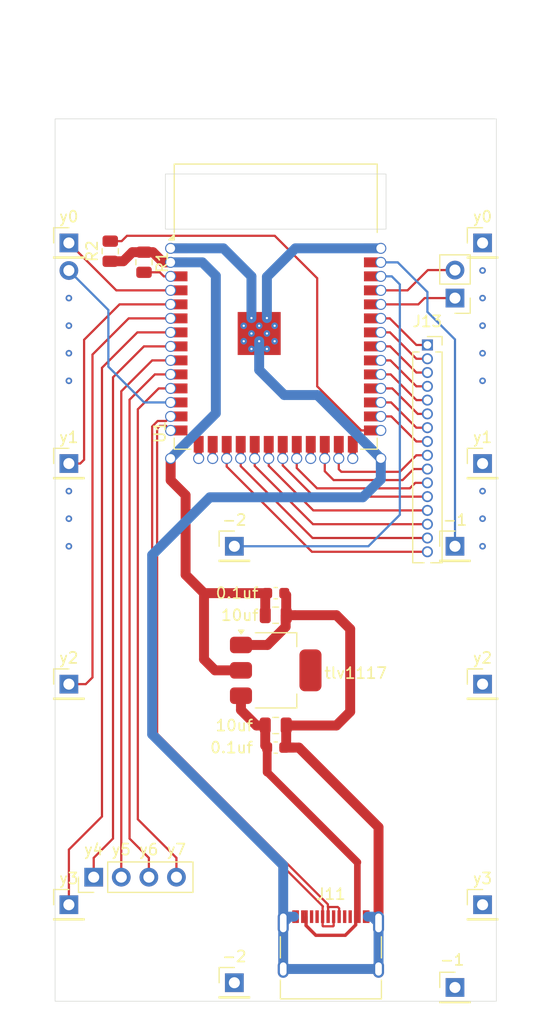
<source format=kicad_pcb>
(kicad_pcb (version 20241229) (generator "pcbnew") (generator_version "9.0")
  (layers (0 "F.Cu" signal) (2 "B.Cu" signal) (13 "F.Paste" user) (15 "B.Paste" user) (5 "F.SilkS" user "F.Silkscreen") (7 "B.SilkS" user "B.Silkscreen") (1 "F.Mask" user) (3 "B.Mask" user) (25 "Edge.Cuts" user))
  (net 0 "")
  (net 1 "y0")
  (net 2 "GND")
  (net 3 "Net-(J12-Pin_2)")
  (net 4 "y1")
  (net 5 "unconnected-(U1-IO21-Pad23)")
  (net 6 "y2")
  (net 7 "y3")
  (net 8 "Net-(J12-Pin_1)")
  (net 9 "y4")
  (net 10 "d+")
  (net 11 "y5")
  (net 12 "y6")
  (net 13 "y7")
  (net 14 "x0")
  (net 15 "unconnected-(U1-IO45-Pad26)")
  (net 16 "unconnected-(U1-IO8-Pad12)")
  (net 17 "unconnected-(U1-IO46-Pad16)")
  (net 18 "d-")
  (net 19 "unconnected-(U1-IO3-Pad15)")
  (net 20 "x1")
  (net 25 "Net-(U1-EN)")
  (net 26 "Net-(U1-IO0)")
  (net 27 "+3V3")
  (net 28 "+5V")
  (net 29 "Net-(J13-Pin_6)")
  (net 30 "Net-(J13-Pin_7)")
  (net 31 "Net-(J13-Pin_4)")
  (net 32 "Net-(J13-Pin_2)")
  (net 33 "Net-(J13-Pin_3)")
  (net 34 "Net-(J13-Pin_1)")
  (net 35 "Net-(J13-Pin_5)")
  (net 36 "Net-(J13-Pin_8)")
  (net 37 "v14")
  (net 38 "v11")
  (net 39 "v13")
  (net 40 "v15")
  (net 41 "v9")
  (net 42 "v10")
  (net 43 "v12")
  (net 44 "v16")
  (footprint "RF_Module:ESP32-S3-WROOM-1" (layer "F.Cu") (at 40 37)
    (property "Reference" "U1" (at -10.5 11.4 90) (layer "F.SilkS"))
    (property "Value" "ESP32-S3-WROOM-1")
    (pad "1" smd rect (at -8.75 -5.26) (size 1.5 0.9) (layers "F.Cu" "F.Mask" "F.Paste") (net 2 "GND"))
    (pad "2" smd rect (at -8.75 -3.99) (size 1.5 0.9) (layers "F.Cu" "F.Mask" "F.Paste") (net 27 "+3V3"))
    (pad "3" smd rect (at -8.75 -2.72) (size 1.5 0.9) (layers "F.Cu" "F.Mask" "F.Paste") (net 25 "Net-(U1-EN)"))
    (pad "4" smd rect (at -8.75 -1.45) (size 1.5 0.9) (layers "F.Cu" "F.Mask" "F.Paste") (net 1 "y0"))
    (pad "5" smd rect (at -8.75 -0.18) (size 1.5 0.9) (layers "F.Cu" "F.Mask" "F.Paste") (net 4 "y1"))
    (pad "6" smd rect (at -8.75 1.09) (size 1.5 0.9) (layers "F.Cu" "F.Mask" "F.Paste") (net 6 "y2"))
    (pad "7" smd rect (at -8.75 2.36) (size 1.5 0.9) (layers "F.Cu" "F.Mask" "F.Paste") (net 7 "y3"))
    (pad "8" smd rect (at -8.75 3.63) (size 1.5 0.9) (layers "F.Cu" "F.Mask" "F.Paste") (net 9 "y4"))
    (pad "9" smd rect (at -8.75 4.9) (size 1.5 0.9) (layers "F.Cu" "F.Mask" "F.Paste") (net 11 "y5"))
    (pad "10" smd rect (at -8.75 6.17) (size 1.5 0.9) (layers "F.Cu" "F.Mask" "F.Paste") (net 12 "y6"))
    (pad "11" smd rect (at -8.75 7.44) (size 1.5 0.9) (layers "F.Cu" "F.Mask" "F.Paste") (net 13 "y7"))
    (pad "12" smd rect (at -8.75 8.71) (size 1.5 0.9) (layers "F.Cu" "F.Mask" "F.Paste") (net 16 "unconnected-(U1-IO8-Pad12)"))
    (pad "13" smd rect (at -8.75 9.98) (size 1.5 0.9) (layers "F.Cu" "F.Mask" "F.Paste") (net 18 "d-"))
    (pad "14" smd rect (at -8.75 11.25 180) (size 1.5 0.9) (layers "F.Cu" "F.Mask" "F.Paste") (net 10 "d+"))
    (pad "15" smd rect (at -6.985 12.5 270) (size 1.5 0.9) (layers "F.Cu" "F.Mask" "F.Paste") (net 19 "unconnected-(U1-IO3-Pad15)"))
    (pad "16" smd rect (at -5.715 12.5 270) (size 1.5 0.9) (layers "F.Cu" "F.Mask" "F.Paste") (net 17 "unconnected-(U1-IO46-Pad16)"))
    (pad "17" smd rect (at -4.445 12.5 270) (size 1.5 0.9) (layers "F.Cu" "F.Mask" "F.Paste") (net 44 "v16"))
    (pad "18" smd rect (at -3.175 12.5 270) (size 1.5 0.9) (layers "F.Cu" "F.Mask" "F.Paste") (net 40 "v15"))
    (pad "19" smd rect (at -1.905 12.5 270) (size 1.5 0.9) (layers "F.Cu" "F.Mask" "F.Paste") (net 37 "v14"))
    (pad "20" smd rect (at -0.635 12.5 270) (size 1.5 0.9) (layers "F.Cu" "F.Mask" "F.Paste") (net 39 "v13"))
    (pad "21" smd rect (at 0.635 12.5 270) (size 1.5 0.9) (layers "F.Cu" "F.Mask" "F.Paste") (net 43 "v12"))
    (pad "22" smd rect (at 1.905 12.5 270) (size 1.5 0.9) (layers "F.Cu" "F.Mask" "F.Paste") (net 38 "v11"))
    (pad "23" smd rect (at 3.175 12.5 270) (size 1.5 0.9) (layers "F.Cu" "F.Mask" "F.Paste") (net 5 "unconnected-(U1-IO21-Pad23)"))
    (pad "24" smd rect (at 4.445 12.5 270) (size 1.5 0.9) (layers "F.Cu" "F.Mask" "F.Paste") (net 42 "v10"))
    (pad "25" smd rect (at 5.715 12.5 270) (size 1.5 0.9) (layers "F.Cu" "F.Mask" "F.Paste") (net 41 "v9"))
    (pad "26" smd rect (at 6.985 12.5 270) (size 1.5 0.9) (layers "F.Cu" "F.Mask" "F.Paste") (net 15 "unconnected-(U1-IO45-Pad26)"))
    (pad "27" smd rect (at 8.75 11.25) (size 1.5 0.9) (layers "F.Cu" "F.Mask" "F.Paste") (net 26 "Net-(U1-IO0)"))
    (pad "28" smd rect (at 8.75 9.98) (size 1.5 0.9) (layers "F.Cu" "F.Mask" "F.Paste") (net 36 "Net-(J13-Pin_8)"))
    (pad "29" smd rect (at 8.75 8.71) (size 1.5 0.9) (layers "F.Cu" "F.Mask" "F.Paste") (net 30 "Net-(J13-Pin_7)"))
    (pad "30" smd rect (at 8.75 7.44) (size 1.5 0.9) (layers "F.Cu" "F.Mask" "F.Paste") (net 29 "Net-(J13-Pin_6)"))
    (pad "31" smd rect (at 8.75 6.17) (size 1.5 0.9) (layers "F.Cu" "F.Mask" "F.Paste") (net 35 "Net-(J13-Pin_5)"))
    (pad "32" smd rect (at 8.75 4.9) (size 1.5 0.9) (layers "F.Cu" "F.Mask" "F.Paste") (net 31 "Net-(J13-Pin_4)"))
    (pad "33" smd rect (at 8.75 3.63) (size 1.5 0.9) (layers "F.Cu" "F.Mask" "F.Paste") (net 33 "Net-(J13-Pin_3)"))
    (pad "34" smd rect (at 8.75 2.36) (size 1.5 0.9) (layers "F.Cu" "F.Mask" "F.Paste") (net 32 "Net-(J13-Pin_2)"))
    (pad "35" smd rect (at 8.75 1.09) (size 1.5 0.9) (layers "F.Cu" "F.Mask" "F.Paste") (net 34 "Net-(J13-Pin_1)"))
    (pad "36" smd rect (at 8.75 -0.18) (size 1.5 0.9) (layers "F.Cu" "F.Mask" "F.Paste") (net 8 "Net-(J12-Pin_1)"))
    (pad "37" smd rect (at 8.75 -1.45) (size 1.5 0.9) (layers "F.Cu" "F.Mask" "F.Paste") (net 3 "Net-(J12-Pin_2)"))
    (pad "38" smd rect (at 8.75 -2.72) (size 1.5 0.9) (layers "F.Cu" "F.Mask" "F.Paste") (net 20 "x1"))
    (pad "39" smd rect (at 8.75 -3.99) (size 1.5 0.9) (layers "F.Cu" "F.Mask" "F.Paste") (net 14 "x0"))
    (pad "40" smd rect (at 8.75 -5.26) (size 1.5 0.9) (layers "F.Cu" "F.Mask" "F.Paste") (net 2 "GND"))
    (pad "41" thru_hole circle (at -2.9 1.76 90) (size 0.6 0.6) (drill 0.2) (property pad_prop_heatsink) (layers "*.Cu" "F.Mask") (net 2 "GND"))
    (pad "41" thru_hole circle (at -2.9 3.16) (size 0.6 0.6) (drill 0.2) (property pad_prop_heatsink) (layers "*.Cu" "F.Mask") (net 2 "GND"))
    (pad "41" thru_hole circle (at -2.2 1.06) (size 0.6 0.6) (drill 0.2) (property pad_prop_heatsink) (layers "*.Cu" "F.Mask") (net 2 "GND"))
    (pad "41" thru_hole circle (at -2.2 2.46) (size 0.6 0.6) (drill 0.2) (property pad_prop_heatsink) (layers "*.Cu" "F.Mask") (net 2 "GND"))
    (pad "41" thru_hole circle (at -2.2 3.86) (size 0.6 0.6) (drill 0.2) (property pad_prop_heatsink) (layers "*.Cu" "F.Mask") (net 2 "GND"))
    (pad "41" thru_hole circle (at -1.5 1.76) (size 0.6 0.6) (drill 0.2) (property pad_prop_heatsink) (layers "*.Cu" "F.Mask") (net 2 "GND"))
    (pad "41" smd rect (at -1.5 2.46 270) (size 3.9 3.9) (property pad_prop_heatsink) (layers "F.Cu" "F.Mask") (net 2 "GND"))
    (pad "41" thru_hole circle (at -1.5 3.16) (size 0.6 0.6) (drill 0.2) (property pad_prop_heatsink) (layers "*.Cu" "F.Mask") (net 2 "GND"))
    (pad "41" thru_hole circle (at -0.8 1.06) (size 0.6 0.6) (drill 0.2) (property pad_prop_heatsink) (layers "*.Cu" "F.Mask") (net 2 "GND"))
    (pad "41" thru_hole circle (at -0.8 2.46) (size 0.6 0.6) (drill 0.2) (property pad_prop_heatsink) (layers "*.Cu" "F.Mask") (net 2 "GND"))
    (pad "41" thru_hole circle (at -0.8 3.86) (size 0.6 0.6) (drill 0.2) (property pad_prop_heatsink) (layers "*.Cu" "F.Mask") (net 2 "GND"))
    (pad "41" thru_hole circle (at -0.1 1.76) (size 0.6 0.6) (drill 0.2) (property pad_prop_heatsink) (layers "*.Cu" "F.Mask") (net 2 "GND"))
    (pad "41" thru_hole circle (at -0.1 3.16) (size 0.6 0.6) (drill 0.2) (property pad_prop_heatsink) (layers "*.Cu" "F.Mask") (net 2 "GND"))
  )
  (footprint "Connector_PinHeader_2.54mm:PinHeader_1x01_P2.54mm_Vertical" (layer "F.Cu") (at 56.25 98.75)
    (property "Reference" "J9" (hide yes))
    (property "Value" "Conn_01x01_Pin")
    (pad "1" thru_hole rect (at 0 0) (size 1.7 1.7) (drill 1) (layers "*.Cu" "*.Mask"))
  )
  (footprint "Connector_PinHeader_2.54mm:PinHeader_1x01_P2.54mm_Vertical" (layer "F.Cu") (at 21.25 71.25)
    (property "Reference" "y2" (at 0 -2.38 0) (layer "F.SilkS"))
    (property "Value" "Conn_01x01_Pin")
    (pad "1" thru_hole rect (at 0 0) (size 1.7 1.7) (drill 1) (layers "*.Cu" "*.Mask") (net 6 "y2"))
  )
  (footprint "Connector_PinHeader_2.54mm:PinHeader_1x01_P2.54mm_Vertical" (layer "F.Cu") (at 56.25 58.75)
    (property "Reference" "-1" (at 0 -2.38 0) (layer "F.SilkS"))
    (property "Value" "Conn_01x01_Pin")
    (pad "1" thru_hole rect (at 0 0) (size 1.7 1.7) (drill 1) (layers "*.Cu" "*.Mask") (net 14 "x0"))
  )
  (footprint "Connector_PinHeader_2.54mm:PinHeader_1x01_P2.54mm_Vertical" (layer "F.Cu") (at 58.75 91.25)
    (property "Reference" "y3" (at 0 -2.38 0) (layer "F.SilkS"))
    (property "Value" "Conn_01x01_Pin")
    (pad "1" thru_hole rect (at 0 0) (size 1.7 1.7) (drill 1) (layers "*.Cu" "*.Mask"))
  )
  (footprint "Connector_PinHeader_2.54mm:PinHeader_1x01_P2.54mm_Vertical" (layer "F.Cu") (at 36.25 58.75)
    (property "Reference" "-2" (at 0 -2.38 0) (layer "F.SilkS"))
    (property "Value" "Conn_01x01_Pin")
    (pad "1" thru_hole rect (at 0 0) (size 1.7 1.7) (drill 1) (layers "*.Cu" "*.Mask") (net 20 "x1"))
  )
  (footprint "Connector_PinHeader_2.54mm:PinHeader_1x01_P2.54mm_Vertical" (layer "F.Cu") (at 58.75 51.25)
    (property "Reference" "y1" (at 0 -2.38 0) (layer "F.SilkS"))
    (property "Value" "Conn_01x01_Pin" (hide yes))
    (pad "1" thru_hole rect (at 0 0) (size 1.7 1.7) (drill 1) (layers "*.Cu" "*.Mask"))
  )
  (footprint "Connector_USB:USB_C_Receptacle_XKB_U262-16XN-4BVC11" (layer "F.Cu") (at 45 96)
    (property "Reference" "J11" (at 0 -5.715 0) (layer "F.SilkS"))
    (property "Value" "USB_C_Receptacle_USB2.0_16P")
    (pad "" np_thru_hole circle (at -2.89 -2.605) (size 0.65 0.65) (drill 0.65) (layers "*.Cu" "*.Mask"))
    (pad "" np_thru_hole circle (at 2.89 -2.605) (size 0.65 0.65) (drill 0.65) (layers "*.Cu" "*.Mask"))
    (pad "A1" smd rect (at -3.35 -3.67) (size 0.3 1.15) (layers "F.Cu" "F.Mask" "F.Paste") (net 2 "GND"))
    (pad "A4" smd rect (at -2.55 -3.67) (size 0.3 1.15) (layers "F.Cu" "F.Mask" "F.Paste") (net 28 "+5V"))
    (pad "A5" smd rect (at -1.25 -3.67) (size 0.3 1.15) (layers "F.Cu" "F.Mask" "F.Paste"))
    (pad "A6" smd rect (at -0.25 -3.67) (size 0.3 1.15) (layers "F.Cu" "F.Mask" "F.Paste") (net 10 "d+"))
    (pad "A7" smd rect (at 0.25 -3.67) (size 0.3 1.15) (layers "F.Cu" "F.Mask" "F.Paste") (net 18 "d-"))
    (pad "A8" smd rect (at 1.25 -3.67) (size 0.3 1.15) (layers "F.Cu" "F.Mask" "F.Paste"))
    (pad "A9" smd rect (at 2.55 -3.67) (size 0.3 1.15) (layers "F.Cu" "F.Mask" "F.Paste") (net 28 "+5V"))
    (pad "A12" smd rect (at 3.35 -3.67) (size 0.3 1.15) (layers "F.Cu" "F.Mask" "F.Paste") (net 2 "GND"))
    (pad "B1" smd rect (at 3.05 -3.67) (size 0.3 1.15) (layers "F.Cu" "F.Mask" "F.Paste") (net 2 "GND"))
    (pad "B4" smd rect (at 2.25 -3.67) (size 0.3 1.15) (layers "F.Cu" "F.Mask" "F.Paste") (net 28 "+5V"))
    (pad "B5" smd rect (at 1.75 -3.67) (size 0.3 1.15) (layers "F.Cu" "F.Mask" "F.Paste"))
    (pad "B6" smd rect (at 0.75 -3.67) (size 0.3 1.15) (layers "F.Cu" "F.Mask" "F.Paste") (net 10 "d+"))
    (pad "B7" smd rect (at -0.75 -3.67) (size 0.3 1.15) (layers "F.Cu" "F.Mask" "F.Paste") (net 18 "d-"))
    (pad "B8" smd rect (at -1.75 -3.67) (size 0.3 1.15) (layers "F.Cu" "F.Mask" "F.Paste"))
    (pad "B9" smd rect (at -2.25 -3.67) (size 0.3 1.15) (layers "F.Cu" "F.Mask" "F.Paste") (net 28 "+5V"))
    (pad "B12" smd rect (at -3.05 -3.67) (size 0.3 1.15) (layers "F.Cu" "F.Mask" "F.Paste") (net 2 "GND"))
    (pad "S1" thru_hole oval (at -4.32 -3.105) (size 1 2.1) (drill oval 0.6 1.7) (property pad_prop_heatsink) (layers "*.Cu" "*.Mask") (net 2 "GND"))
    (pad "S1" thru_hole oval (at -4.32 1.075) (size 1 1.6) (drill oval 0.6 1.2) (property pad_prop_heatsink) (layers "*.Cu" "*.Mask") (net 2 "GND"))
    (pad "S1" thru_hole oval (at 4.32 -3.105) (size 1 2.1) (drill oval 0.6 1.7) (property pad_prop_heatsink) (layers "*.Cu" "*.Mask") (net 2 "GND"))
    (pad "S1" thru_hole oval (at 4.32 1.075) (size 1 1.6) (drill oval 0.6 1.2) (property pad_prop_heatsink) (layers "*.Cu" "*.Mask") (net 2 "GND"))
  )
  (footprint "Connector_PinHeader_2.54mm:PinHeader_1x01_P2.54mm_Vertical" (layer "F.Cu") (at 58.75 31.25)
    (property "Reference" "y0" (at 0 -2.38 0) (layer "F.SilkS"))
    (property "Value" "Conn_01x01_Pin")
    (pad "1" thru_hole rect (at 0 0) (size 1.7 1.7) (drill 1) (layers "*.Cu" "*.Mask"))
  )
  (footprint "Connector_PinHeader_2.54mm:PinHeader_1x02_P2.54mm_Vertical" (layer "F.Cu") (at 56.25 36.25 180)
    (property "Reference" "J12" (hide yes))
    (property "Value" "Conn_01x02_Pin")
    (pad "1" thru_hole rect (at 0 0 180) (size 1.7 1.7) (drill 1) (layers "*.Cu" "*.Mask") (net 8 "Net-(J12-Pin_1)"))
    (pad "2" thru_hole circle (at 0 2.54 180) (size 1.7 1.7) (drill 1) (layers "*.Cu" "*.Mask") (net 3 "Net-(J12-Pin_2)"))
  )
  (footprint "Connector_PinHeader_2.54mm:PinHeader_1x01_P2.54mm_Vertical" (layer "F.Cu") (at 58.75 71.25)
    (property "Reference" "y2" (at 0 -2.38 0) (layer "F.SilkS"))
    (property "Value" "Conn_01x01_Pin")
    (pad "1" thru_hole rect (at 0 0) (size 1.7 1.7) (drill 1) (layers "*.Cu" "*.Mask"))
  )
  (footprint "Capacitor_SMD:C_0603_1608Metric" (layer "F.Cu") (at 40 77)
    (property "Reference" "0.1uf" (at -4 0 0) (layer "F.SilkS"))
    (property "Value" "0.1uf")
    (pad "1" smd roundrect (at -0.775 0) (size 0.9 0.95) (layers "F.Cu" "F.Mask" "F.Paste") (net 28 "+5V"))
    (pad "2" smd roundrect (at 0.775 0) (size 0.9 0.95) (layers "F.Cu" "F.Mask" "F.Paste") (net 2 "GND"))
  )
  (footprint "Connector_PinHeader_2.54mm:PinHeader_1x01_P2.54mm_Vertical" (layer "F.Cu") (at 21.25 31.25)
    (property "Reference" "y0" (at 0 -2.38 0) (layer "F.SilkS"))
    (property "Value" "Conn_01x01_Pin")
    (pad "1" thru_hole rect (at 0 0) (size 1.7 1.7) (drill 1) (layers "*.Cu" "*.Mask") (net 1 "y0"))
  )
  (footprint "Connector_PinSocket_1.27mm:PinSocket_1x16_P1.27mm_Vertical" (layer "F.Cu") (at 53.75 40.5)
    (property "Reference" "J13" (at 0 -2.135 0) (layer "F.SilkS"))
    (property "Value" "Conn_01x16_Pin")
    (pad "1" thru_hole rect (at 0 0) (size 1 1) (drill 0.7) (layers "*.Cu" "*.Mask") (net 34 "Net-(J13-Pin_1)"))
    (pad "2" thru_hole circle (at 0 1.25) (size 1 1) (drill 0.7) (layers "*.Cu" "*.Mask") (net 32 "Net-(J13-Pin_2)"))
    (pad "3" thru_hole circle (at 0 2.5) (size 1 1) (drill 0.7) (layers "*.Cu" "*.Mask") (net 33 "Net-(J13-Pin_3)"))
    (pad "4" thru_hole circle (at 0 3.75) (size 1 1) (drill 0.7) (layers "*.Cu" "*.Mask") (net 31 "Net-(J13-Pin_4)"))
    (pad "5" thru_hole circle (at 0 5) (size 1 1) (drill 0.7) (layers "*.Cu" "*.Mask") (net 35 "Net-(J13-Pin_5)"))
    (pad "6" thru_hole circle (at 0 6.25) (size 1 1) (drill 0.7) (layers "*.Cu" "*.Mask") (net 29 "Net-(J13-Pin_6)"))
    (pad "7" thru_hole circle (at 0 7.5) (size 1 1) (drill 0.7) (layers "*.Cu" "*.Mask") (net 30 "Net-(J13-Pin_7)"))
    (pad "8" thru_hole circle (at 0 8.75) (size 1 1) (drill 0.7) (layers "*.Cu" "*.Mask") (net 36 "Net-(J13-Pin_8)"))
    (pad "9" thru_hole circle (at 0 10) (size 1 1) (drill 0.7) (layers "*.Cu" "*.Mask") (net 41 "v9"))
    (pad "10" thru_hole circle (at 0 11.25) (size 1 1) (drill 0.7) (layers "*.Cu" "*.Mask") (net 42 "v10"))
    (pad "11" thru_hole circle (at 0 12.5) (size 1 1) (drill 0.7) (layers "*.Cu" "*.Mask") (net 38 "v11"))
    (pad "12" thru_hole circle (at 0 13.75) (size 1 1) (drill 0.7) (layers "*.Cu" "*.Mask") (net 43 "v12"))
    (pad "13" thru_hole circle (at 0 15) (size 1 1) (drill 0.7) (layers "*.Cu" "*.Mask") (net 39 "v13"))
    (pad "14" thru_hole circle (at 0 16.25) (size 1 1) (drill 0.7) (layers "*.Cu" "*.Mask") (net 37 "v14"))
    (pad "15" thru_hole circle (at 0 17.5) (size 1 1) (drill 0.7) (layers "*.Cu" "*.Mask") (net 40 "v15"))
    (pad "16" thru_hole circle (at 0 18.75) (size 1 1) (drill 0.7) (layers "*.Cu" "*.Mask") (net 44 "v16"))
  )
  (footprint "Capacitor_SMD:C_0805_2012Metric" (layer "F.Cu") (at 40 65)
    (property "Reference" "10uf" (at -3.25 0 0) (layer "F.SilkS"))
    (property "Value" "10uf")
    (pad "1" smd roundrect (at -0.95 0) (size 1 1.45) (layers "F.Cu" "F.Mask" "F.Paste") (net 27 "+3V3"))
    (pad "2" smd roundrect (at 0.95 0) (size 1 1.45) (layers "F.Cu" "F.Mask" "F.Paste") (net 2 "GND"))
  )
  (footprint "Connector_PinHeader_2.54mm:PinHeader_1x01_P2.54mm_Vertical" (layer "F.Cu") (at 21.25 51.25)
    (property "Reference" "y1" (at 0 -2.38 0) (layer "F.SilkS"))
    (property "Value" "Conn_01x01_Pin")
    (pad "1" thru_hole rect (at 0 0) (size 1.7 1.7) (drill 1) (layers "*.Cu" "*.Mask") (net 4 "y1"))
  )
  (footprint "Resistor_SMD:R_0805_2012Metric" (layer "F.Cu") (at 25 32 90)
    (property "Reference" "R2" (at 0 -1.65 90) (layer "F.SilkS"))
    (property "Value" "R")
    (pad "1" smd roundrect (at -0.9125 0 90) (size 1.025 1.4) (layers "F.Cu" "F.Mask" "F.Paste") (roundrect_rratio 0.243902) (net 27 "+3V3"))
    (pad "2" smd roundrect (at 0.9125 0 90) (size 1.025 1.4) (layers "F.Cu" "F.Mask" "F.Paste") (roundrect_rratio 0.243902) (net 26 "Net-(U1-IO0)"))
  )
  (footprint "Package_TO_SOT_SMD:SOT-223" (layer "F.Cu") (at 40 70)
    (property "Reference" "tlv1117" (at 7.25 0.25 0) (layer "F.SilkS"))
    (property "Value" "TLV1117-33")
    (pad "1" smd roundrect (at -3.15 -2.3) (size 2 1.5) (layers "F.Cu" "F.Mask" "F.Paste") (net 2 "GND"))
    (pad "2" smd roundrect (at -3.15 0) (size 2 1.5) (layers "F.Cu" "F.Mask" "F.Paste") (net 27 "+3V3"))
    (pad "3" smd roundrect (at -3.15 2.3) (size 2 1.5) (layers "F.Cu" "F.Mask" "F.Paste") (net 28 "+5V"))
    (pad "4" smd roundrect (at 3.15 0) (size 2 3.8) (layers "F.Cu" "F.Mask" "F.Paste"))
  )
  (footprint "Capacitor_SMD:C_0805_2012Metric" (layer "F.Cu") (at 40 75)
    (property "Reference" "10uf" (at -3.75 0 0) (layer "F.SilkS"))
    (property "Value" "10uf")
    (pad "1" smd roundrect (at -0.95 0) (size 1 1.45) (layers "F.Cu" "F.Mask" "F.Paste") (net 28 "+5V"))
    (pad "2" smd roundrect (at 0.95 0) (size 1 1.45) (layers "F.Cu" "F.Mask" "F.Paste") (net 2 "GND"))
  )
  (footprint "Connector_PinHeader_2.54mm:PinHeader_1x01_P2.54mm_Vertical" (layer "F.Cu") (at 21.25 91.25)
    (property "Reference" "y3" (at 0 -2.38 0) (layer "F.SilkS"))
    (property "Value" "Conn_01x01_Pin")
    (pad "1" thru_hole rect (at 0 0) (size 1.7 1.7) (drill 1) (layers "*.Cu" "*.Mask") (net 7 "y3"))
  )
  (footprint "Connector_PinHeader_2.54mm:PinHeader_1x01_P2.54mm_Vertical" (layer "F.Cu") (at 36.25 98.32)
    (property "Reference" "-2" (at 0 -2.38 0) (layer "F.SilkS"))
    (property "Value" "Conn_01x01_Pin")
    (pad "1" thru_hole rect (at 0 0) (size 1.7 1.7) (drill 1) (layers "*.Cu" "*.Mask"))
  )
  (footprint "Connector_PinHeader_2.54mm:PinHeader_1x04_P2.54mm_Vertical" (layer "F.Cu") (at 23.5 88.75 90)
    (property "Reference" "y4" (at 2.5 0 180) (layer "F.SilkS"))
    (property "Value" "Conn_01x04_Pin")
    (pad "1" thru_hole rect (at 0 0 90) (size 1.7 1.7) (drill 1) (layers "*.Cu" "*.Mask") (net 9 "y4"))
    (pad "2" thru_hole circle (at 0 2.5 90) (size 1.7 1.7) (drill 1) (layers "*.Cu" "*.Mask") (net 11 "y5"))
    (pad "3" thru_hole circle (at 0 5 90) (size 1.7 1.7) (drill 1) (layers "*.Cu" "*.Mask") (net 12 "y6"))
    (pad "4" thru_hole circle (at 0 7.5 90) (size 1.7 1.7) (drill 1) (layers "*.Cu" "*.Mask") (net 13 "y7"))
  )
  (footprint "Capacitor_SMD:C_0603_1608Metric" (layer "F.Cu") (at 40 63)
    (property "Reference" "0.1uf" (at -3.5 0 0) (layer "F.SilkS"))
    (property "Value" "0.1uf")
    (pad "1" smd roundrect (at -0.775 0) (size 0.9 0.95) (layers "F.Cu" "F.Mask" "F.Paste") (net 27 "+3V3"))
    (pad "2" smd roundrect (at 0.775 0) (size 0.9 0.95) (layers "F.Cu" "F.Mask" "F.Paste") (net 2 "GND"))
  )
  (footprint "Resistor_SMD:R_0805_2012Metric" (layer "F.Cu") (at 28.06 33 -90)
    (property "Reference" "R1" (at 0 -1.65 90) (layer "F.SilkS"))
    (property "Value" "R")
    (pad "1" smd roundrect (at -0.9125 0 270) (size 1.025 1.4) (layers "F.Cu" "F.Mask" "F.Paste") (roundrect_rratio 0.243902) (net 27 "+3V3"))
    (pad "2" smd roundrect (at 0.9125 0 270) (size 1.025 1.4) (layers "F.Cu" "F.Mask" "F.Paste") (roundrect_rratio 0.243902) (net 25 "Net-(U1-EN)"))
  )
  (gr_rect (start 30 25) (end 50 30) (stroke (width 0.05)) (fill no) (layer "Edge.Cuts"))
  (gr_rect (start 20 20) (end 60 100) (stroke (width 0.05)) (fill no) (layer "Edge.Cuts"))
  (gr_text "y7" (at 31 86.25 0) (layer "F.SilkS") (effects (font (size 1 1))))
  (gr_text "-1" (at 56 96.25 0) (layer "F.SilkS") (effects (font (size 1 1))))
  (gr_text "y5" (at 26 86.25 0) (layer "F.SilkS") (effects (font (size 1 1))))
  (gr_text "y6" (at 28.5 86.25 0) (layer "F.SilkS") (effects (font (size 1 1))))
  (via (at 58.75 33.75) (size 0.6) (drill 0.3) (layers "F.Cu" "B.Cu") (net 0))
  (via (at 21.25 38.75) (size 0.6) (drill 0.3) (layers "F.Cu" "B.Cu") (net 0))
  (via (at 21.25 36.25) (size 0.6) (drill 0.3) (layers "F.Cu" "B.Cu") (net 0))
  (via (at 58.75 38.75) (size 0.6) (drill 0.3) (layers "F.Cu" "B.Cu") (net 0))
  (via (at 58.75 58.75) (size 0.6) (drill 0.3) (layers "F.Cu" "B.Cu") (net 0))
  (via (at 21.25 43.75) (size 0.6) (drill 0.3) (layers "F.Cu" "B.Cu") (net 0))
  (via (at 58.75 43.75) (size 0.6) (drill 0.3) (layers "F.Cu" "B.Cu") (net 0))
  (via (at 21.25 56.25) (size 0.6) (drill 0.3) (layers "F.Cu" "B.Cu") (net 0))
  (via (at 21.25 41.25) (size 0.6) (drill 0.3) (layers "F.Cu" "B.Cu") (net 0))
  (via (at 21.25 53.75) (size 0.6) (drill 0.3) (layers "F.Cu" "B.Cu") (net 0))
  (via (at 58.75 56.25) (size 0.6) (drill 0.3) (layers "F.Cu" "B.Cu") (net 0))
  (via (at 58.75 41.25) (size 0.6) (drill 0.3) (layers "F.Cu" "B.Cu") (net 0))
  (via (at 58.75 53.75) (size 0.6) (drill 0.3) (layers "F.Cu" "B.Cu") (net 0))
  (via (at 58.75 36.25) (size 0.6) (drill 0.3) (layers "F.Cu" "B.Cu") (net 0))
  (via (at 21.25 58.75) (size 0.6) (drill 0.3) (layers "F.Cu" "B.Cu") (net 0))
  (segment (start 30.475 35.55) (end 25.55 35.55) (width 0.2) (layer "F.Cu") (net 1))
  (segment (start 25.55 35.55) (end 21.25 31.25) (width 0.2) (layer "F.Cu") (net 1))
  (via (at 30.475 35.55) (size 1) (drill 0.8) (layers "F.Cu" "B.Cu") (net 1))
  (segment (start 40.95 63.175) (end 40.775 63) (width 0.9) (layer "F.Cu") (net 2))
  (segment (start 46.75 73.75) (end 46.75 66.25) (width 0.9) (layer "F.Cu") (net 2))
  (segment (start 40.95 75) (end 40.95 76.825) (width 0.9) (layer "F.Cu") (net 2))
  (segment (start 40.9 66.05) (end 40.9 65.05) (width 0.9) (layer "F.Cu") (net 2))
  (segment (start 49.32 84.22) (end 49.32 92.895) (width 0.9) (layer "F.Cu") (net 2))
  (segment (start 39.25 67.7) (end 36.85 67.7) (width 0.9) (layer "F.Cu") (net 2))
  (segment (start 41.5 75) (end 40.95 75) (width 0.9) (layer "F.Cu") (net 2))
  (segment (start 46.75 66.25) (end 45.5 65) (width 0.9) (layer "F.Cu") (net 2))
  (segment (start 41.75 65) (end 40.95 65) (width 0.9) (layer "F.Cu") (net 2))
  (segment (start 39.25 67.7) (end 40.9 66.05) (width 0.9) (layer "F.Cu") (net 2))
  (segment (start 45.5 75) (end 46.75 73.75) (width 0.9) (layer "F.Cu") (net 2))
  (segment (start 42.1 77) (end 49.32 84.22) (width 0.9) (layer "F.Cu") (net 2))
  (segment (start 40.95 76.825) (end 40.775 77) (width 0.9) (layer "F.Cu") (net 2))
  (segment (start 45.5 65) (end 41.75 65) (width 0.9) (layer "F.Cu") (net 2))
  (segment (start 40.95 65) (end 40.95 63.175) (width 0.9) (layer "F.Cu") (net 2))
  (segment (start 40.775 77) (end 41.625 77) (width 0.9) (layer "F.Cu") (net 2))
  (segment (start 40.775 77) (end 42.1 77) (width 0.9) (layer "F.Cu") (net 2))
  (segment (start 40.95 75) (end 45.5 75) (width 0.9) (layer "F.Cu") (net 2))
  (via (at 30.475 31.74) (size 1) (drill 0.8) (layers "F.Cu" "B.Cu") (net 2))
  (via (at 49.525 50.79) (size 1) (drill 0.8) (layers "F.Cu" "B.Cu") (net 2))
  (via (at 49.525 31.74) (size 1) (drill 0.8) (layers "F.Cu" "B.Cu") (net 2))
  (segment (start 41.78 31.74) (end 49.525 31.74) (width 0.9) (layer "B.Cu") (net 2))
  (segment (start 40.68 92.895) (end 40.68 97.075) (width 0.9) (layer "B.Cu") (net 2))
  (segment (start 35.26 31.74) (end 30.475 31.74) (width 0.9) (layer "B.Cu") (net 2))
  (segment (start 47.9 54.31) (end 34.03 54.31) (width 0.9) (layer "B.Cu") (net 2))
  (segment (start 39.2 38.06) (end 39.2 34.32) (width 0.9) (layer "B.Cu") (net 2))
  (segment (start 39.2 34.32) (end 41.78 31.74) (width 0.9) (layer "B.Cu") (net 2))
  (segment (start 48.35 92.33) (end 48.755 92.33) (width 0.9) (layer "B.Cu") (net 2))
  (segment (start 48.755 92.33) (end 49.32 92.895) (width 0.9) (layer "B.Cu") (net 2))
  (segment (start 49.525 50.79) (end 49.525 52.685) (width 0.9) (layer "B.Cu") (net 2))
  (segment (start 43.775 45.04) (end 40.775 45.04) (width 0.9) (layer "B.Cu") (net 2))
  (segment (start 40.68 87.68) (end 40.68 92.895) (width 0.9) (layer "B.Cu") (net 2))
  (segment (start 49.525 50.79) (end 43.775 45.04) (width 0.9) (layer "B.Cu") (net 2))
  (segment (start 41.245 92.33) (end 40.68 92.895) (width 0.9) (layer "B.Cu") (net 2))
  (segment (start 28.8 75.8) (end 40.68 87.68) (width 0.9) (layer "B.Cu") (net 2))
  (segment (start 37.8 38.06) (end 37.8 34.28) (width 0.9) (layer "B.Cu") (net 2))
  (segment (start 40.775 45.04) (end 38.5 42.765) (width 0.9) (layer "B.Cu") (net 2))
  (segment (start 49.32 92.895) (end 49.32 97.075) (width 0.9) (layer "B.Cu") (net 2))
  (segment (start 40.68 97.075) (end 49.32 97.075) (width 0.9) (layer "B.Cu") (net 2))
  (segment (start 34.03 54.31) (end 28.8 59.54) (width 0.9) (layer "B.Cu") (net 2))
  (segment (start 28.8 59.54) (end 28.8 75.8) (width 0.9) (layer "B.Cu") (net 2))
  (segment (start 38.5 42.765) (end 38.5 40.16) (width 0.9) (layer "B.Cu") (net 2))
  (segment (start 37.8 34.28) (end 35.26 31.74) (width 0.9) (layer "B.Cu") (net 2))
  (segment (start 41.65 92.33) (end 41.245 92.33) (width 0.9) (layer "B.Cu") (net 2))
  (segment (start 49.525 52.685) (end 47.9 54.31) (width 0.9) (layer "B.Cu") (net 2))
  (segment (start 53.79 33.71) (end 51.95 35.55) (width 0.2) (layer "F.Cu") (net 3))
  (segment (start 56.25 33.71) (end 53.79 33.71) (width 0.2) (layer "F.Cu") (net 3))
  (segment (start 51.95 35.55) (end 49.525 35.55) (width 0.2) (layer "F.Cu") (net 3))
  (via (at 49.525 35.55) (size 1) (drill 0.8) (layers "F.Cu" "B.Cu") (net 3))
  (segment (start 30.475 36.82) (end 25.84 36.82) (width 0.2) (layer "F.Cu") (net 4))
  (segment (start 22.63 40.03) (end 22.63 50.9) (width 0.2) (layer "F.Cu") (net 4))
  (segment (start 22.28 51.25) (end 21.25 51.25) (width 0.2) (layer "F.Cu") (net 4))
  (segment (start 22.63 50.9) (end 22.28 51.25) (width 0.2) (layer "F.Cu") (net 4))
  (segment (start 25.84 36.82) (end 22.63 40.03) (width 0.2) (layer "F.Cu") (net 4))
  (via (at 30.475 36.82) (size 1) (drill 0.8) (layers "F.Cu" "B.Cu") (net 4))
  (segment (start 43.175 50.785) (end 43.18 50.79) (width 0.2) (layer "F.Cu") (net 5))
  (segment (start 43.175 49.5) (end 43.175 50.785) (width 0.6) (layer "F.Cu") (net 5))
  (via (at 43.175 50.79) (size 1) (drill 0.8) (layers "F.Cu" "B.Cu") (net 5))
  (segment (start 23.39 70.64) (end 23.39 41.37) (width 0.2) (layer "F.Cu") (net 6))
  (segment (start 26.67 38.09) (end 30.475 38.09) (width 0.2) (layer "F.Cu") (net 6))
  (segment (start 21.25 71.25) (end 22.78 71.25) (width 0.2) (layer "F.Cu") (net 6))
  (segment (start 22.78 71.25) (end 23.39 70.64) (width 0.2) (layer "F.Cu") (net 6))
  (segment (start 23.39 41.37) (end 26.67 38.09) (width 0.2) (layer "F.Cu") (net 6))
  (via (at 30.475 38.09) (size 1) (drill 0.8) (layers "F.Cu" "B.Cu") (net 6))
  (segment (start 24.25 42.57) (end 27.46 39.36) (width 0.2) (layer "F.Cu") (net 7))
  (segment (start 21.25 91.25) (end 21.25 86.25) (width 0.2) (layer "F.Cu") (net 7))
  (segment (start 27.46 39.36) (end 30.475 39.36) (width 0.2) (layer "F.Cu") (net 7))
  (segment (start 24.25 83.25) (end 24.25 42.57) (width 0.2) (layer "F.Cu") (net 7))
  (segment (start 21.25 86.25) (end 24.25 83.25) (width 0.2) (layer "F.Cu") (net 7))
  (via (at 30.475 39.36) (size 1) (drill 0.8) (layers "F.Cu" "B.Cu") (net 7))
  (segment (start 52.93 36.82) (end 49.525 36.82) (width 0.2) (layer "F.Cu") (net 8))
  (segment (start 56.25 36.25) (end 53.5 36.25) (width 0.2) (layer "F.Cu") (net 8))
  (segment (start 53.5 36.25) (end 52.93 36.82) (width 0.2) (layer "F.Cu") (net 8))
  (via (at 49.525 36.82) (size 1) (drill 0.8) (layers "F.Cu" "B.Cu") (net 8))
  (segment (start 23.5 88.75) (end 23.5 87) (width 0.2) (layer "F.Cu") (net 9))
  (segment (start 23.5 87) (end 25.25 85.25) (width 0.2) (layer "F.Cu") (net 9))
  (segment (start 25.25 85.25) (end 25.25 43.43) (width 0.2) (layer "F.Cu") (net 9))
  (segment (start 25.25 43.43) (end 28.05 40.63) (width 0.2) (layer "F.Cu") (net 9))
  (segment (start 28.05 40.63) (end 30.475 40.63) (width 0.2) (layer "F.Cu") (net 9))
  (via (at 30.475 40.63) (size 1) (drill 0.8) (layers "F.Cu" "B.Cu") (net 9))
  (segment (start 44.725 91.442499) (end 44.725 91.206802) (width 0.2) (layer "F.Cu") (net 10))
  (segment (start 29.488197 47.840001) (end 30.065001 47.840001) (width 0.2) (layer "F.Cu") (net 10))
  (segment (start 44.75 91.503) (end 44.799 91.454) (width 0.2) (layer "F.Cu") (net 10))
  (segment (start 45.624 91.454) (end 45.75 91.58) (width 0.2) (layer "F.Cu") (net 10))
  (segment (start 44.75 92.33) (end 44.75 91.467499) (width 0.2) (layer "F.Cu") (net 10))
  (segment (start 45.75 91.58) (end 45.75 92.33) (width 0.2) (layer "F.Cu") (net 10))
  (segment (start 44.725 91.206802) (end 29.25 75.731802) (width 0.2) (layer "F.Cu") (net 10))
  (segment (start 44.75 91.467499) (end 44.725 91.442499) (width 0.2) (layer "F.Cu") (net 10))
  (segment (start 44.75 92.33) (end 44.75 91.503) (width 0.2) (layer "F.Cu") (net 10))
  (segment (start 44.799 91.454) (end 45.624 91.454) (width 0.2) (layer "F.Cu") (net 10))
  (segment (start 29.25 48.078198) (end 29.488197 47.840001) (width 0.2) (layer "F.Cu") (net 10))
  (segment (start 30.065001 47.840001) (end 30.475 48.25) (width 0.2) (layer "F.Cu") (net 10))
  (segment (start 29.25 75.731802) (end 29.25 48.078198) (width 0.2) (layer "F.Cu") (net 10))
  (via (at 30.475 48.25) (size 1) (drill 0.8) (layers "F.Cu" "B.Cu") (net 10))
  (segment (start 26 44.7) (end 28.8 41.9) (width 0.2) (layer "F.Cu") (net 11))
  (segment (start 28.8 41.9) (end 30.475 41.9) (width 0.2) (layer "F.Cu") (net 11))
  (segment (start 26 88.75) (end 26 44.7) (width 0.2) (layer "F.Cu") (net 11))
  (via (at 30.475 41.9) (size 1) (drill 0.8) (layers "F.Cu" "B.Cu") (net 11))
  (segment (start 26.75 45.46) (end 29.04 43.17) (width 0.2) (layer "F.Cu") (net 12))
  (segment (start 29.04 43.17) (end 30.475 43.17) (width 0.2) (layer "F.Cu") (net 12))
  (segment (start 28.5 88.75) (end 28.5 87) (width 0.2) (layer "F.Cu") (net 12))
  (segment (start 28.5 87) (end 26.75 85.25) (width 0.2) (layer "F.Cu") (net 12))
  (segment (start 26.75 85.25) (end 26.75 45.46) (width 0.2) (layer "F.Cu") (net 12))
  (via (at 30.475 43.17) (size 1) (drill 0.8) (layers "F.Cu" "B.Cu") (net 12))
  (segment (start 27.5 83.5) (end 27.5 46.33) (width 0.2) (layer "F.Cu") (net 13))
  (segment (start 31 87) (end 27.5 83.5) (width 0.2) (layer "F.Cu") (net 13))
  (segment (start 31 88.75) (end 31 87) (width 0.2) (layer "F.Cu") (net 13))
  (segment (start 29.39 44.44) (end 30.475 44.44) (width 0.2) (layer "F.Cu") (net 13))
  (segment (start 27.5 46.33) (end 29.39 44.44) (width 0.2) (layer "F.Cu") (net 13))
  (via (at 30.475 44.44) (size 1) (drill 0.8) (layers "F.Cu" "B.Cu") (net 13))
  (via (at 49.525 33.01) (size 1) (drill 0.8) (layers "F.Cu" "B.Cu") (net 14))
  (segment (start 56.25 40) (end 53.75 37.5) (width 0.2) (layer "B.Cu") (net 14))
  (segment (start 56.25 58.75) (end 56.25 40) (width 0.2) (layer "B.Cu") (net 14))
  (segment (start 51.06 33.01) (end 49.525 33.01) (width 0.2) (layer "B.Cu") (net 14))
  (segment (start 53.75 35.7) (end 51.06 33.01) (width 0.2) (layer "B.Cu") (net 14))
  (segment (start 53.75 37.5) (end 53.75 35.7) (width 0.2) (layer "B.Cu") (net 14))
  (segment (start 46.985 50.785) (end 46.99 50.79) (width 0.2) (layer "F.Cu") (net 15))
  (segment (start 46.985 49.5) (end 46.985 50.785) (width 0.6) (layer "F.Cu") (net 15))
  (via (at 46.985 50.79) (size 1) (drill 0.8) (layers "F.Cu" "B.Cu") (net 15))
  (via (at 21.25 33.75) (size 1.7) (drill 1) (layers "F.Cu" "B.Cu") (net 16))
  (via (at 30.475 45.71) (size 1) (drill 0.8) (layers "F.Cu" "B.Cu") (net 16))
  (segment (start 24.83 37.33) (end 24.83 42.47) (width 0.2) (layer "B.Cu") (net 16))
  (segment (start 28.07 45.71) (end 30.475 45.71) (width 0.2) (layer "B.Cu") (net 16))
  (segment (start 21.25 33.75) (end 24.83 37.33) (width 0.2) (layer "B.Cu") (net 16))
  (segment (start 24.83 42.47) (end 28.07 45.71) (width 0.2) (layer "B.Cu") (net 16))
  (segment (start 34.285 49.5) (end 34.285 50.79) (width 0.6) (layer "F.Cu") (net 17))
  (segment (start 34.285 50.785) (end 34.29 50.79) (width 0.2) (layer "F.Cu") (net 17))
  (via (at 34.285 50.79) (size 1) (drill 0.8) (layers "F.Cu" "B.Cu") (net 17))
  (segment (start 28.8 75.918198) (end 28.8 47.891802) (width 0.2) (layer "F.Cu") (net 18))
  (segment (start 45.25 93.157) (end 45.201 93.206) (width 0.2) (layer "F.Cu") (net 18))
  (segment (start 44.25 92.33) (end 44.25 91.467499) (width 0.2) (layer "F.Cu") (net 18))
  (segment (start 45.25 92.33) (end 45.25 93.157) (width 0.2) (layer "F.Cu") (net 18))
  (segment (start 28.8 47.891802) (end 29.301803 47.389999) (width 0.2) (layer "F.Cu") (net 18))
  (segment (start 44.25 91.467499) (end 44.275 91.442499) (width 0.2) (layer "F.Cu") (net 18))
  (segment (start 45.201 93.206) (end 44.299 93.206) (width 0.2) (layer "F.Cu") (net 18))
  (segment (start 44.275 91.393198) (end 28.8 75.918198) (width 0.2) (layer "F.Cu") (net 18))
  (segment (start 29.301803 47.389999) (end 30.065001 47.389999) (width 0.2) (layer "F.Cu") (net 18))
  (segment (start 44.25 93.157) (end 44.25 92.33) (width 0.2) (layer "F.Cu") (net 18))
  (segment (start 30.065001 47.389999) (end 30.475 46.98) (width 0.2) (layer "F.Cu") (net 18))
  (segment (start 44.299 93.206) (end 44.25 93.157) (width 0.2) (layer "F.Cu") (net 18))
  (segment (start 44.275 91.442499) (end 44.275 91.393198) (width 0.2) (layer "F.Cu") (net 18))
  (via (at 30.475 46.98) (size 1) (drill 0.8) (layers "F.Cu" "B.Cu") (net 18))
  (segment (start 33.015 50.79) (end 33.015 49.5) (width 0.6) (layer "F.Cu") (net 19))
  (via (at 33.015 50.79) (size 1) (drill 0.8) (layers "F.Cu" "B.Cu") (net 19))
  (via (at 49.525 34.28) (size 1) (drill 0.8) (layers "F.Cu" "B.Cu") (net 20))
  (segment (start 51.25 55.9) (end 51.25 35.01) (width 0.2) (layer "B.Cu") (net 20))
  (segment (start 50.52 34.28) (end 49.525 34.28) (width 0.2) (layer "B.Cu") (net 20))
  (segment (start 51.25 35.01) (end 50.52 34.28) (width 0.2) (layer "B.Cu") (net 20))
  (segment (start 48.4 58.75) (end 51.25 55.9) (width 0.2) (layer "B.Cu") (net 20))
  (segment (start 36.25 58.75) (end 48.4 58.75) (width 0.2) (layer "B.Cu") (net 20))
  (segment (start 30.475 34.28) (end 29.86 34.28) (width 0.2) (layer "F.Cu") (net 25))
  (segment (start 29.4925 33.9125) (end 28.06 33.9125) (width 0.2) (layer "F.Cu") (net 25))
  (segment (start 29.86 34.28) (end 29.4925 33.9125) (width 0.2) (layer "F.Cu") (net 25))
  (via (at 30.475 34.28) (size 1) (drill 0.8) (layers "F.Cu" "B.Cu") (net 25))
  (segment (start 47.76 48.25) (end 43.76 44.25) (width 0.2) (layer "F.Cu") (net 26))
  (segment (start 48.75 48.25) (end 47.76 48.25) (width 0.2) (layer "F.Cu") (net 26))
  (segment (start 39.911 30.601) (end 26.519 30.601) (width 0.2) (layer "F.Cu") (net 26))
  (segment (start 43.76 34.45) (end 39.911 30.601) (width 0.2) (layer "F.Cu") (net 26))
  (segment (start 26.0325 31.0875) (end 25 31.0875) (width 0.2) (layer "F.Cu") (net 26))
  (segment (start 26.519 30.601) (end 26.0325 31.0875) (width 0.2) (layer "F.Cu") (net 26))
  (segment (start 43.76 44.25) (end 43.76 34.45) (width 0.2) (layer "F.Cu") (net 26))
  (via (at 49.525 48.25) (size 1) (drill 0.8) (layers "F.Cu" "B.Cu") (net 26))
  (segment (start 30.475 50.79) (end 30.475 52.765) (width 0.9) (layer "F.Cu") (net 27))
  (segment (start 28.8675 32.0875) (end 29.79 33.01) (width 0.9) (layer "F.Cu") (net 27))
  (segment (start 39.05 65) (end 39.05 63.175) (width 0.9) (layer "F.Cu") (net 27))
  (segment (start 30.475 52.765) (end 31.83 54.12) (width 0.9) (layer "F.Cu") (net 27))
  (segment (start 31.83 61.33) (end 33.5 63) (width 0.9) (layer "F.Cu") (net 27))
  (segment (start 27.0025 32.0875) (end 28.06 32.0875) (width 0.9) (layer "F.Cu") (net 27))
  (segment (start 28.06 32.0875) (end 28.8675 32.0875) (width 0.9) (layer "F.Cu") (net 27))
  (segment (start 26.1775 32.9125) (end 27.0025 32.0875) (width 0.9) (layer "F.Cu") (net 27))
  (segment (start 33.5 63) (end 39.225 63) (width 0.9) (layer "F.Cu") (net 27))
  (segment (start 29.79 33.01) (end 30.475 33.01) (width 0.9) (layer "F.Cu") (net 27))
  (segment (start 31.83 54.12) (end 31.83 61.33) (width 0.9) (layer "F.Cu") (net 27))
  (segment (start 33.5 63) (end 33.5 69) (width 0.9) (layer "F.Cu") (net 27))
  (segment (start 25 32.9125) (end 26.1775 32.9125) (width 0.9) (layer "F.Cu") (net 27))
  (segment (start 33.5 69) (end 34.5 70) (width 0.9) (layer "F.Cu") (net 27))
  (segment (start 39.05 63.175) (end 39.225 63) (width 0.9) (layer "F.Cu") (net 27))
  (segment (start 34.5 70) (end 36.85 70) (width 0.9) (layer "F.Cu") (net 27))
  (via (at 30.475 50.79) (size 1) (drill 0.8) (layers "F.Cu" "B.Cu") (net 27))
  (via (at 30.475 33.01) (size 1) (drill 0.8) (layers "F.Cu" "B.Cu") (net 27))
  (segment (start 34.57 46.695) (end 34.57 34.23) (width 0.9) (layer "B.Cu") (net 27))
  (segment (start 34.57 34.23) (end 33.35 33.01) (width 0.9) (layer "B.Cu") (net 27))
  (segment (start 30.475 50.79) (end 34.57 46.695) (width 0.9) (layer "B.Cu") (net 27))
  (segment (start 33.35 33.01) (end 30.475 33.01) (width 0.9) (layer "B.Cu") (net 27))
  (segment (start 39.05 76.825) (end 39.225 77) (width 0.9) (layer "F.Cu") (net 28))
  (segment (start 38.25 75) (end 39.05 75) (width 0.9) (layer "F.Cu") (net 28))
  (segment (start 43.634 94.02) (end 42.75 93.136) (width 0.3) (layer "F.Cu") (net 28))
  (segment (start 39.05 75) (end 39.05 76.825) (width 0.9) (layer "F.Cu") (net 28))
  (segment (start 47.25 92.33) (end 47.25 87.55) (width 0.3) (layer "F.Cu") (net 28))
  (segment (start 36.85 73.6) (end 38.25 75) (width 0.9) (layer "F.Cu") (net 28))
  (segment (start 47.55 92.33) (end 47.55 87.55) (width 0.3) (layer "F.Cu") (net 28))
  (segment (start 42.75 93.136) (end 42.75 92.33) (width 0.3) (layer "F.Cu") (net 28))
  (segment (start 47.25 93.078992) (end 46.308992 94.02) (width 0.3) (layer "F.Cu") (net 28))
  (segment (start 46.308992 94.02) (end 43.634 94.02) (width 0.3) (layer "F.Cu") (net 28))
  (segment (start 39.225 79.225) (end 47.4 87.4) (width 0.7) (layer "F.Cu") (net 28))
  (segment (start 47.25 92.33) (end 47.25 93.078992) (width 0.3) (layer "F.Cu") (net 28))
  (segment (start 36.85 72.3) (end 36.85 73.6) (width 0.9) (layer "F.Cu") (net 28))
  (segment (start 39.225 79.225) (end 39.225 77) (width 0.8) (layer "F.Cu") (net 28))
  (segment (start 53.75 46.75) (end 52.875 46.75) (width 0.2) (layer "F.Cu") (net 29))
  (segment (start 50.565 44.44) (end 49.525 44.44) (width 0.2) (layer "F.Cu") (net 29))
  (segment (start 52.875 46.75) (end 50.565 44.44) (width 0.2) (layer "F.Cu") (net 29))
  (via (at 49.525 44.44) (size 1) (drill 0.8) (layers "F.Cu" "B.Cu") (net 29))
  (segment (start 50.46 45.71) (end 49.525 45.71) (width 0.2) (layer "F.Cu") (net 30))
  (segment (start 53.75 48) (end 52.75 48) (width 0.2) (layer "F.Cu") (net 30))
  (segment (start 52.75 48) (end 50.46 45.71) (width 0.2) (layer "F.Cu") (net 30))
  (via (at 49.525 45.71) (size 1) (drill 0.8) (layers "F.Cu" "B.Cu") (net 30))
  (segment (start 52.75 44.25) (end 53.75 44.25) (width 0.2) (layer "F.Cu") (net 31))
  (segment (start 49.525 41.9) (end 50.4 41.9) (width 0.2) (layer "F.Cu") (net 31))
  (segment (start 50.4 41.9) (end 52.75 44.25) (width 0.2) (layer "F.Cu") (net 31))
  (via (at 49.525 41.9) (size 1) (drill 0.8) (layers "F.Cu" "B.Cu") (net 31))
  (segment (start 50.36 39.36) (end 49.525 39.36) (width 0.2) (layer "F.Cu") (net 32))
  (segment (start 53.75 41.75) (end 52.75 41.75) (width 0.2) (layer "F.Cu") (net 32))
  (segment (start 52.75 41.75) (end 50.36 39.36) (width 0.2) (layer "F.Cu") (net 32))
  (via (at 49.525 39.36) (size 1) (drill 0.8) (layers "F.Cu" "B.Cu") (net 32))
  (segment (start 52.75 43) (end 50.38 40.63) (width 0.2) (layer "F.Cu") (net 33))
  (segment (start 50.38 40.63) (end 49.525 40.63) (width 0.2) (layer "F.Cu") (net 33))
  (segment (start 53.75 43) (end 52.75 43) (width 0.2) (layer "F.Cu") (net 33))
  (via (at 49.525 40.63) (size 1) (drill 0.8) (layers "F.Cu" "B.Cu") (net 33))
  (segment (start 50.34 38.09) (end 52.75 40.5) (width 0.2) (layer "F.Cu") (net 34))
  (segment (start 49.525 38.09) (end 50.34 38.09) (width 0.2) (layer "F.Cu") (net 34))
  (segment (start 52.75 40.5) (end 53.75 40.5) (width 0.2) (layer "F.Cu") (net 34))
  (via (at 49.525 38.09) (size 1) (drill 0.8) (layers "F.Cu" "B.Cu") (net 34))
  (segment (start 50.42 43.17) (end 49.525 43.17) (width 0.2) (layer "F.Cu") (net 35))
  (segment (start 52.75 45.5) (end 50.42 43.17) (width 0.2) (layer "F.Cu") (net 35))
  (segment (start 53.75 45.5) (end 52.75 45.5) (width 0.2) (layer "F.Cu") (net 35))
  (via (at 49.525 43.17) (size 1) (drill 0.8) (layers "F.Cu" "B.Cu") (net 35))
  (segment (start 52.75 49.25) (end 50.48 46.98) (width 0.2) (layer "F.Cu") (net 36))
  (segment (start 53.75 49.25) (end 52.75 49.25) (width 0.2) (layer "F.Cu") (net 36))
  (segment (start 50.48 46.98) (end 49.525 46.98) (width 0.2) (layer "F.Cu") (net 36))
  (via (at 49.525 46.98) (size 1) (drill 0.8) (layers "F.Cu" "B.Cu") (net 36))
  (segment (start 38.095 51.465) (end 43.38 56.75) (width 0.2) (layer "F.Cu") (net 37))
  (segment (start 38.095 51.465) (end 38.095 50.79) (width 0.2) (layer "F.Cu") (net 37))
  (segment (start 38.095 50.79) (end 38.095 49.5) (width 0.6) (layer "F.Cu") (net 37))
  (segment (start 43.38 56.75) (end 53.75 56.75) (width 0.2) (layer "F.Cu") (net 37))
  (via (at 38.095 50.79) (size 1) (drill 0.8) (layers "F.Cu" "B.Cu") (net 37))
  (segment (start 41.905 50.79) (end 41.905 49.5) (width 0.6) (layer "F.Cu") (net 38))
  (segment (start 52.651 53) (end 53.75 53) (width 0.2) (layer "F.Cu") (net 38))
  (segment (start 43.75 53.5) (end 52.151 53.5) (width 0.2) (layer "F.Cu") (net 38))
  (segment (start 52.151 53.5) (end 52.651 53) (width 0.2) (layer "F.Cu") (net 38))
  (segment (start 41.905 50.79) (end 41.905 51.655) (width 0.2) (layer "F.Cu") (net 38))
  (segment (start 41.905 51.655) (end 43.75 53.5) (width 0.2) (layer "F.Cu") (net 38))
  (via (at 41.905 50.79) (size 1) (drill 0.8) (layers "F.Cu" "B.Cu") (net 38))
  (segment (start 39.365 50.79) (end 39.365 49.5) (width 0.6) (layer "F.Cu") (net 39))
  (segment (start 43.41 55.5) (end 53.75 55.5) (width 0.2) (layer "F.Cu") (net 39))
  (segment (start 39.365 51.455) (end 39.365 50.79) (width 0.2) (layer "F.Cu") (net 39))
  (segment (start 39.365 51.455) (end 43.41 55.5) (width 0.2) (layer "F.Cu") (net 39))
  (via (at 39.365 50.79) (size 1) (drill 0.8) (layers "F.Cu" "B.Cu") (net 39))
  (segment (start 36.825 51.485) (end 36.825 50.79) (width 0.2) (layer "F.Cu") (net 40))
  (segment (start 43.34 58) (end 53.75 58) (width 0.2) (layer "F.Cu") (net 40))
  (segment (start 36.825 51.485) (end 43.34 58) (width 0.2) (layer "F.Cu") (net 40))
  (segment (start 36.825 50.79) (end 36.825 49.5) (width 0.6) (layer "F.Cu") (net 40))
  (via (at 36.825 50.79) (size 1) (drill 0.8) (layers "F.Cu" "B.Cu") (net 40))
  (segment (start 45.715 51.765) (end 45.95 52) (width 0.2) (layer "F.Cu") (net 41))
  (segment (start 45.715 50.79) (end 45.715 51.765) (width 0.2) (layer "F.Cu") (net 41))
  (segment (start 45.715 49.5) (end 45.715 50.785) (width 0.6) (layer "F.Cu") (net 41))
  (segment (start 45.715 50.785) (end 45.72 50.79) (width 0.2) (layer "F.Cu") (net 41))
  (segment (start 45.95 52) (end 51.25 52) (width 0.2) (layer "F.Cu") (net 41))
  (segment (start 52.75 50.5) (end 53.75 50.5) (width 0.2) (layer "F.Cu") (net 41))
  (segment (start 51.25 52) (end 52.75 50.5) (width 0.2) (layer "F.Cu") (net 41))
  (via (at 45.715 50.79) (size 1) (drill 0.8) (layers "F.Cu" "B.Cu") (net 41))
  (segment (start 44.445 50.79) (end 44.445 51.945) (width 0.2) (layer "F.Cu") (net 42))
  (segment (start 45.25 52.75) (end 51.5 52.75) (width 0.2) (layer "F.Cu") (net 42))
  (segment (start 44.445 51.945) (end 45.25 52.75) (width 0.2) (layer "F.Cu") (net 42))
  (segment (start 51.5 52.75) (end 52.5 51.75) (width 0.2) (layer "F.Cu") (net 42))
  (segment (start 52.5 51.75) (end 53.75 51.75) (width 0.2) (layer "F.Cu") (net 42))
  (segment (start 44.445 49.5) (end 44.445 50.785) (width 0.6) (layer "F.Cu") (net 42))
  (segment (start 44.445 50.785) (end 44.45 50.79) (width 0.2) (layer "F.Cu") (net 42))
  (via (at 44.445 50.79) (size 1) (drill 0.8) (layers "F.Cu" "B.Cu") (net 42))
  (segment (start 43.46 54.25) (end 53.75 54.25) (width 0.2) (layer "F.Cu") (net 43))
  (segment (start 40.635 50.79) (end 40.635 49.5) (width 0.6) (layer "F.Cu") (net 43))
  (segment (start 40.635 51.425) (end 40.635 50.79) (width 0.2) (layer "F.Cu") (net 43))
  (segment (start 40.635 51.425) (end 43.46 54.25) (width 0.2) (layer "F.Cu") (net 43))
  (via (at 40.635 50.79) (size 1) (drill 0.8) (layers "F.Cu" "B.Cu") (net 43))
  (segment (start 35.555 51.525) (end 35.555 50.79) (width 0.2) (layer "F.Cu") (net 44))
  (segment (start 35.555 50.79) (end 35.555 49.5) (width 0.6) (layer "F.Cu") (net 44))
  (segment (start 43.28 59.25) (end 53.75 59.25) (width 0.2) (layer "F.Cu") (net 44))
  (segment (start 35.555 51.525) (end 43.28 59.25) (width 0.2) (layer "F.Cu") (net 44))
  (segment (start 35.56 49.505) (end 35.555 49.5) (width 0.2) (layer "F.Cu") (net 44))
  (via (at 35.555 50.79) (size 1) (drill 0.8) (layers "F.Cu" "B.Cu") (net 44))
)
</source>
